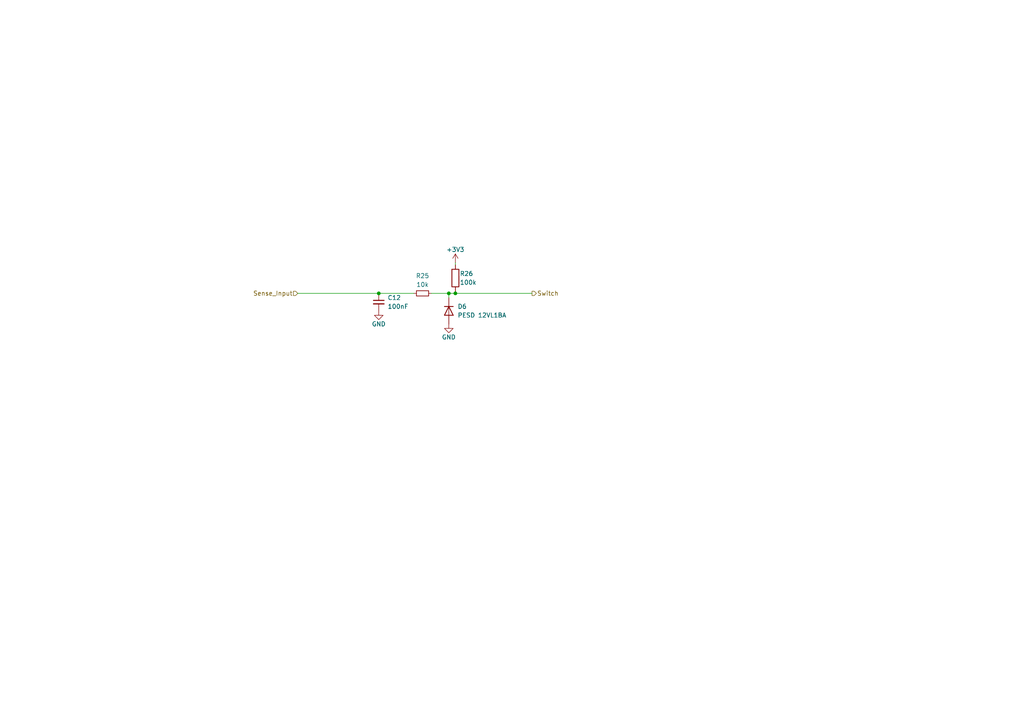
<source format=kicad_sch>
(kicad_sch (version 20211123) (generator eeschema)
  (paper "A4")
  (lib_symbols
    (symbol "Device:C_Small" (pin_numbers hide) (pin_names (offset 0.254) hide)
      (property "Reference" "C" (at 0.254 1.778 0))
      (property "Value" "C_Small" (at 0.254 -2.032 0))
      (symbol "C_Small_0_1"
        (polyline (pts (xy -1.524 -0.508) (xy 1.524 -0.508)) (stroke (width 0.3302)))
        (polyline (pts (xy -1.524 0.508) (xy 1.524 0.508)) (stroke (width 0.3048)))
      )
      (symbol "C_Small_1_1"
        (pin passive line (at 0 2.54 270) (length 2.032) (name "~") (number "1"))
        (pin passive line (at 0 -2.54 90) (length 2.032) (name "~") (number "2"))
      )
    )
    (symbol "Device:R" (pin_numbers hide) (pin_names (offset 0))
      (property "Reference" "R" (at 2.032 0 90))
      (property "Value" "R" (at 0 0 90))
      (symbol "R_0_1"
        (rectangle (start -1.016 -2.54) (end 1.016 2.54) (stroke (width 0.254)))
      )
      (symbol "R_1_1"
        (pin passive line (at 0 3.81 270) (length 1.27) (name "~") (number "1"))
        (pin passive line (at 0 -3.81 90) (length 1.27) (name "~") (number "2"))
      )
    )
    (symbol "Device:R_Small" (pin_numbers hide) (pin_names (offset 0.254) hide)
      (property "Reference" "R" (at 0.762 0.508 0))
      (property "Value" "R_Small" (at 0.762 -1.016 0))
      (symbol "R_Small_0_1"
        (rectangle (start -0.762 1.778) (end 0.762 -1.778) (stroke (width 0.2032)))
      )
      (symbol "R_Small_1_1"
        (pin passive line (at 0 2.54 270) (length 0.762) (name "~") (number "1"))
        (pin passive line (at 0 -2.54 90) (length 0.762) (name "~") (number "2"))
      )
    )
    (symbol "Diode:1N4148WS" (pin_numbers hide) (pin_names (offset 1.016) hide)
      (property "Reference" "D" (at 0 2.54 0))
      (property "Value" "1N4148WS" (at 0 -2.54 0))
      (symbol "1N4148WS_0_1"
        (polyline (pts (xy -1.27 1.27) (xy -1.27 -1.27)) (stroke (width 0.254)))
        (polyline (pts (xy 1.27 0) (xy -1.27 0)))
        (polyline (pts (xy 1.27 1.27) (xy 1.27 -1.27) (xy -1.27 0) (xy 1.27 1.27)) (stroke (width 0.254)))
      )
      (symbol "1N4148WS_1_1"
        (pin passive line (at -3.81 0 0) (length 2.54) (name "K") (number "1"))
        (pin passive line (at 3.81 0 180) (length 2.54) (name "A") (number "2"))
      )
    )
    (symbol "power:+3.3V" (power) (pin_names (offset 0))
      (property "Value" "+3.3V" (at 0 3.556 0))
      (symbol "+3.3V_0_1"
        (polyline (pts (xy -0.762 1.27) (xy 0 2.54)))
        (polyline (pts (xy 0 0) (xy 0 2.54)))
        (polyline (pts (xy 0 2.54) (xy 0.762 1.27)))
      )
      (symbol "+3.3V_1_1"
        (pin power_in line (at 0 0 90) (length 0) hide (name "+3V3") (number "1"))
      )
    )
    (symbol "power:GND" (power) (pin_names (offset 0))
      (property "Value" "GND" (at 0 -3.81 0))
      (symbol "GND_0_1"
        (polyline (pts (xy 0 0) (xy 0 -1.27) (xy 1.27 -1.27) (xy 0 -2.54) (xy -1.27 -1.27) (xy 0 -1.27)))
      )
      (symbol "GND_1_1"
        (pin power_in line (at 0 0 270) (length 0) hide (name "GND") (number "1"))
      )
    )
  )
  (junction (at 130.175 85.09))
  (junction (at 109.855 85.09))
  (junction (at 132.08 85.09))
  (wire (pts (xy 132.08 85.09) (xy 154.305 85.09)))
  (wire (pts (xy 130.175 85.09) (xy 130.175 86.36)))
  (wire (pts (xy 109.855 85.09) (xy 120.015 85.09)))
  (wire (pts (xy 86.36 85.09) (xy 109.855 85.09)))
  (wire (pts (xy 132.08 85.09) (xy 130.175 85.09)))
  (wire (pts (xy 132.08 84.455) (xy 132.08 85.09)))
  (wire (pts (xy 125.095 85.09) (xy 130.175 85.09)))
  (wire (pts (xy 132.08 76.2) (xy 132.08 76.835)))
  (hierarchical_label "Switch" (shape output) (at 154.305 85.09 0))
  (hierarchical_label "Sense_Input" (shape input) (at 86.36 85.09 180))
  (symbol (lib_id "power:GND") (at 109.855 90.17 0)
    (property "Reference" "#PWR0147" (effects hide))
    (property "Value" "GND" (at 109.855 93.98 0))
  )
  (symbol (lib_id "power:GND") (at 130.175 93.98 0)
    (property "Reference" "#PWR0146" (effects hide))
    (property "Value" "GND" (at 130.175 97.79 0))
  )
  (symbol (lib_id "Diode:1N4148WS") (at 130.175 90.17 270)
    (property "Reference" "D6" (at 132.715 88.8999 90) (effects (justify left)))
    (property "Value" "PESD 12VL1BA" (at 132.715 91.4399 90) (effects (justify left)))
    (property "Footprint" "Diode_SMD:D_SOD-323" (effects hide))
  )
  (symbol (lib_id "power:+3.3V") (at 132.08 76.2 0)
    (property "Reference" "#PWR0145" (effects hide))
    (property "Value" "+3.3V" (at 132.08 72.39 0))
  )
  (symbol (lib_id "Device:R") (at 132.08 80.645 0)
    (property "Reference" "R26" (at 133.35 79.375 0) (effects (justify left)))
    (property "Value" "100k" (at 133.35 81.915 0) (effects (justify left)))
    (property "Footprint" "Resistor_SMD:R_0805_2012Metric_Pad1.20x1.40mm_HandSolder" (effects hide))
  )
  (symbol (lib_id "Device:C_Small") (at 109.855 87.63 0)
    (property "Reference" "C12" (at 112.395 86.36 0) (effects (justify left)))
    (property "Value" "100nF" (at 112.395 88.9 0) (effects (justify left)))
    (property "Footprint" "Capacitor_SMD:C_0805_2012Metric_Pad1.18x1.45mm_HandSolder" (effects hide))
  )
  (symbol (lib_id "Device:R_Small") (at 122.555 85.09 90)
    (property "Reference" "R25" (at 122.555 80.01 90))
    (property "Value" "10k" (at 122.555 82.55 90))
    (property "Footprint" "Resistor_SMD:R_0805_2012Metric_Pad1.20x1.40mm_HandSolder" (effects hide))
  )
)
</source>
